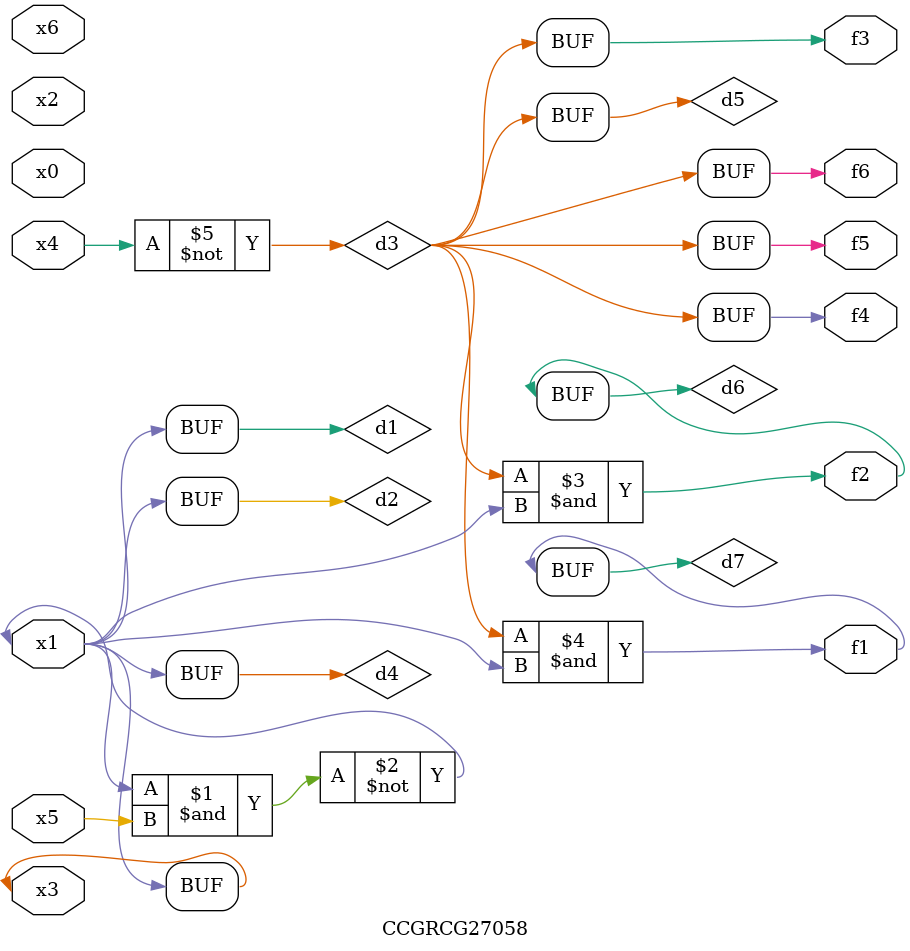
<source format=v>
module CCGRCG27058(
	input x0, x1, x2, x3, x4, x5, x6,
	output f1, f2, f3, f4, f5, f6
);

	wire d1, d2, d3, d4, d5, d6, d7;

	buf (d1, x1, x3);
	nand (d2, x1, x5);
	not (d3, x4);
	buf (d4, d1, d2);
	buf (d5, d3);
	and (d6, d3, d4);
	and (d7, d3, d4);
	assign f1 = d7;
	assign f2 = d6;
	assign f3 = d5;
	assign f4 = d5;
	assign f5 = d5;
	assign f6 = d5;
endmodule

</source>
